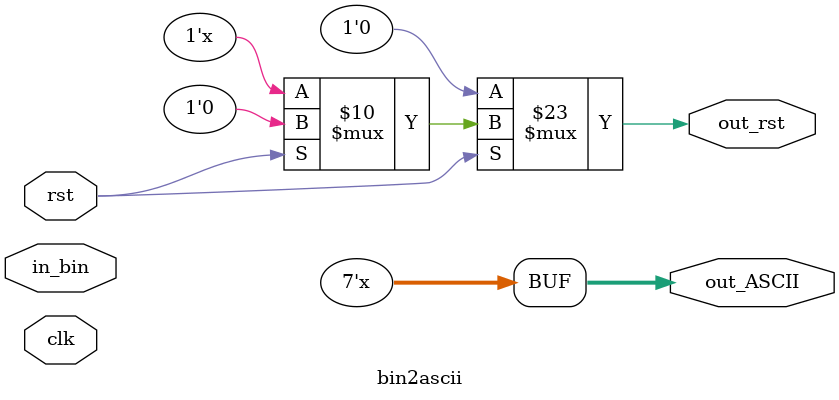
<source format=v>
module bin2ascii(in_bin, clk, rst, out_ASCII, out_rst);
    input in_bin;  //binary input
    input clk,rst;            //clk : clk마다 1 bit씩 옮기도록
    
    output reg [6:0]out_ASCII;
    output reg out_rst;
    reg [2:0] cnt;          //cnt
    reg [6:0] temp;

    always@ (clk) begin
        if (rst ==0)begin
            cnt = 0;
            temp = 0;
            out_rst = 0;
        end
        else begin
            case(cnt)
                3'd1: begin
                    cnt = cnt+1;
                    temp[5] = in_bin;
                end
                3'd2: begin
                    cnt = cnt+1;
                    temp[4] = in_bin;
                end
                3'd3: begin
                    cnt = cnt+1;
                    temp[3] = in_bin;
                end
                3'd4: begin
                    cnt = cnt+1;
                    temp[2] = in_bin;
                end
                3'd5: begin
                    cnt = cnt+1;
                    temp[1] = in_bin;
                end
                3'd6: begin
                    cnt = cnt+1;
                    temp[0] = in_bin;
                end
                3'd7: begin
                    out_ASCII = temp;
                    cnt = 1;
                    temp[6] = in_bin;
                    out_rst = 1'b1;
                end
                default: begin  //for the initialize the cnt.
                    temp[6] = in_bin;
                    cnt = 1;
                    out_rst = 0;
                end
            endcase
        end
    end
endmodule
</source>
